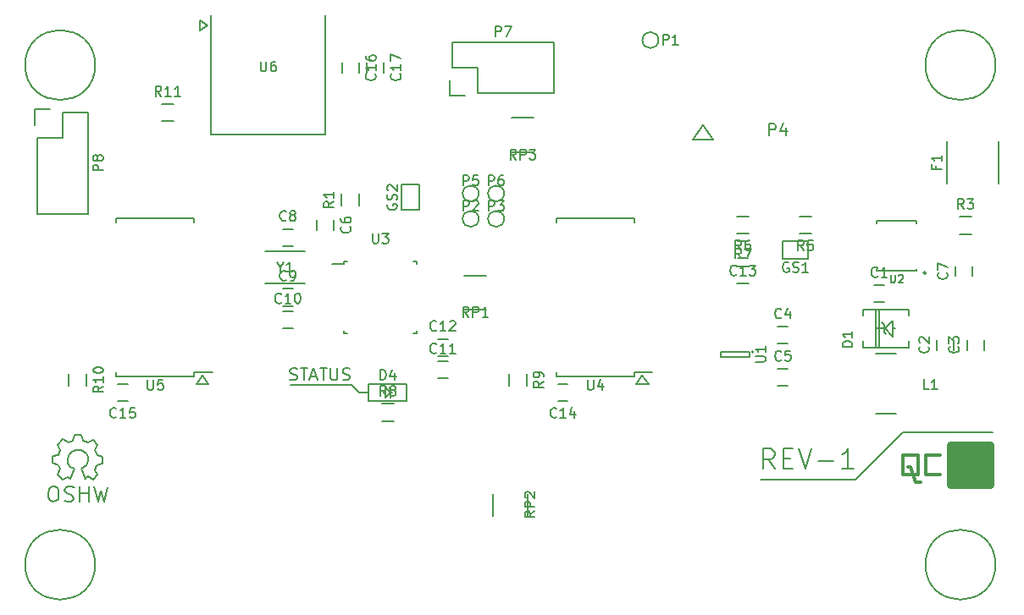
<source format=gbr>
G04 #@! TF.FileFunction,Legend,Top*
%FSLAX46Y46*%
G04 Gerber Fmt 4.6, Leading zero omitted, Abs format (unit mm)*
G04 Created by KiCad (PCBNEW (2015-08-16 BZR 6096, Git c63f6aa)-product) date Sun 16 Aug 2015 06:36:37 PM PDT*
%MOMM*%
G01*
G04 APERTURE LIST*
%ADD10C,0.100000*%
%ADD11C,0.150000*%
%ADD12C,0.200000*%
%ADD13C,0.300000*%
%ADD14C,0.750000*%
G04 APERTURE END LIST*
D10*
D11*
X189250000Y-95750000D02*
X198250000Y-95750000D01*
X184500000Y-100500000D02*
X189250000Y-95750000D01*
X175000000Y-100500000D02*
X184500000Y-100500000D01*
X134150000Y-91050000D02*
X128000000Y-91050000D01*
X134850000Y-91750000D02*
X134150000Y-91050000D01*
X135850000Y-91750000D02*
X134850000Y-91750000D01*
D12*
X176416667Y-99404762D02*
X175750000Y-98452381D01*
X175273809Y-99404762D02*
X175273809Y-97404762D01*
X176035714Y-97404762D01*
X176226190Y-97500000D01*
X176321429Y-97595238D01*
X176416667Y-97785714D01*
X176416667Y-98071429D01*
X176321429Y-98261905D01*
X176226190Y-98357143D01*
X176035714Y-98452381D01*
X175273809Y-98452381D01*
X177273809Y-98357143D02*
X177940476Y-98357143D01*
X178226190Y-99404762D02*
X177273809Y-99404762D01*
X177273809Y-97404762D01*
X178226190Y-97404762D01*
X178797619Y-97404762D02*
X179464286Y-99404762D01*
X180130953Y-97404762D01*
X180797619Y-98642857D02*
X182321429Y-98642857D01*
X184321429Y-99404762D02*
X183178571Y-99404762D01*
X183750000Y-99404762D02*
X183750000Y-97404762D01*
X183559524Y-97690476D01*
X183369048Y-97880952D01*
X183178571Y-97976190D01*
D11*
X119200000Y-90050000D02*
X119800000Y-90950000D01*
X119800000Y-90950000D02*
X118600000Y-90950000D01*
X118600000Y-90950000D02*
X119200000Y-90050000D01*
X118375000Y-90125000D02*
X118375000Y-89760000D01*
X110625000Y-90125000D02*
X110625000Y-89760000D01*
X110625000Y-74375000D02*
X110625000Y-74740000D01*
X118375000Y-74375000D02*
X118375000Y-74740000D01*
X118375000Y-90125000D02*
X110625000Y-90125000D01*
X118375000Y-74375000D02*
X110625000Y-74375000D01*
X118375000Y-89760000D02*
X120200000Y-89760000D01*
X108418780Y-101189860D02*
X108779460Y-102660520D01*
X108779460Y-102660520D02*
X109058860Y-101598800D01*
X109058860Y-101598800D02*
X109368740Y-102670680D01*
X109368740Y-102670680D02*
X109709100Y-101220340D01*
X106998920Y-101880740D02*
X107788860Y-101870580D01*
X107788860Y-101870580D02*
X107799020Y-101880740D01*
X107799020Y-101880740D02*
X107799020Y-101870580D01*
X107839660Y-101159380D02*
X107839660Y-102701160D01*
X106950660Y-101149220D02*
X106950660Y-102718940D01*
X106950660Y-102718940D02*
X106960820Y-102708780D01*
X106399480Y-101250820D02*
X106048960Y-101169540D01*
X106048960Y-101169540D02*
X105728920Y-101159380D01*
X105728920Y-101159380D02*
X105490160Y-101360040D01*
X105490160Y-101360040D02*
X105459680Y-101629280D01*
X105459680Y-101629280D02*
X105700980Y-101870580D01*
X105700980Y-101870580D02*
X106089600Y-102000120D01*
X106089600Y-102000120D02*
X106269940Y-102160140D01*
X106269940Y-102160140D02*
X106310580Y-102459860D01*
X106310580Y-102459860D02*
X106079440Y-102680840D01*
X106079440Y-102680840D02*
X105759400Y-102708780D01*
X105759400Y-102708780D02*
X105408880Y-102599560D01*
X104370020Y-101149220D02*
X104121100Y-101169540D01*
X104121100Y-101169540D02*
X103879800Y-101410840D01*
X103879800Y-101410840D02*
X103790900Y-101901060D01*
X103790900Y-101901060D02*
X103818840Y-102249040D01*
X103818840Y-102249040D02*
X104019500Y-102569080D01*
X104019500Y-102569080D02*
X104270960Y-102691000D01*
X104270960Y-102691000D02*
X104580840Y-102619880D01*
X104580840Y-102619880D02*
X104799280Y-102439540D01*
X104799280Y-102439540D02*
X104870400Y-101979800D01*
X104870400Y-101979800D02*
X104819600Y-101570860D01*
X104819600Y-101570860D02*
X104710380Y-101288920D01*
X104710380Y-101288920D02*
X104349700Y-101159380D01*
X104969460Y-99429640D02*
X104710380Y-99990980D01*
X104710380Y-99990980D02*
X105248860Y-100509140D01*
X105248860Y-100509140D02*
X105769560Y-100239900D01*
X105769560Y-100239900D02*
X106048960Y-100399920D01*
X107489140Y-100379600D02*
X107819340Y-100189100D01*
X107819340Y-100189100D02*
X108258760Y-100519300D01*
X108258760Y-100519300D02*
X108731200Y-100029080D01*
X108731200Y-100029080D02*
X108449260Y-99549020D01*
X108449260Y-99549020D02*
X108639760Y-99079120D01*
X108639760Y-99079120D02*
X109249360Y-98891160D01*
X109249360Y-98891160D02*
X109249360Y-98210440D01*
X109249360Y-98210440D02*
X108690560Y-98070740D01*
X108690560Y-98070740D02*
X108489900Y-97499240D01*
X108489900Y-97499240D02*
X108759140Y-97029340D01*
X108759140Y-97029340D02*
X108289240Y-96518800D01*
X108289240Y-96518800D02*
X107771080Y-96780420D01*
X107771080Y-96780420D02*
X107301180Y-96579760D01*
X107301180Y-96579760D02*
X107131000Y-96038740D01*
X107131000Y-96038740D02*
X106440120Y-96020960D01*
X106440120Y-96020960D02*
X106229300Y-96569600D01*
X106229300Y-96569600D02*
X105810200Y-96739780D01*
X105810200Y-96739780D02*
X105259020Y-96470540D01*
X105259020Y-96470540D02*
X104740860Y-96998860D01*
X104740860Y-96998860D02*
X104989780Y-97539880D01*
X104989780Y-97539880D02*
X104819600Y-98019940D01*
X104819600Y-98019940D02*
X104270960Y-98119000D01*
X104270960Y-98119000D02*
X104260800Y-98820040D01*
X104260800Y-98820040D02*
X104819600Y-99020700D01*
X104819600Y-99020700D02*
X104959300Y-99419480D01*
X107100520Y-99399160D02*
X107400240Y-99249300D01*
X107400240Y-99249300D02*
X107600900Y-99051180D01*
X107600900Y-99051180D02*
X107750760Y-98649860D01*
X107750760Y-98649860D02*
X107750760Y-98251080D01*
X107750760Y-98251080D02*
X107600900Y-97900560D01*
X107600900Y-97900560D02*
X107148780Y-97550040D01*
X107148780Y-97550040D02*
X106699200Y-97499240D01*
X106699200Y-97499240D02*
X106300420Y-97600840D01*
X106300420Y-97600840D02*
X105899100Y-97948820D01*
X105899100Y-97948820D02*
X105749240Y-98400940D01*
X105749240Y-98400940D02*
X105800040Y-98898780D01*
X105800040Y-98898780D02*
X106048960Y-99201040D01*
X106048960Y-99201040D02*
X106399480Y-99399160D01*
X106399480Y-99399160D02*
X106048960Y-100399920D01*
X107100520Y-99399160D02*
X107499300Y-100399920D01*
X187350000Y-85375000D02*
X186550000Y-85375000D01*
X188500000Y-85375000D02*
X188250000Y-85375000D01*
X187350000Y-84975000D02*
X187150000Y-84775000D01*
X187350000Y-84975000D02*
X187350000Y-85775000D01*
X187350000Y-85775000D02*
X187550000Y-85975000D01*
X188250000Y-86175000D02*
X187450000Y-85375000D01*
X187450000Y-85375000D02*
X188250000Y-84575000D01*
X188250000Y-84575000D02*
X188250000Y-86175000D01*
X189836000Y-87280000D02*
X185264000Y-87280000D01*
X185264000Y-87280000D02*
X185264000Y-86645000D01*
X186889600Y-83470000D02*
X186889600Y-87280000D01*
X186559400Y-83470000D02*
X186559400Y-87280000D01*
X189836000Y-84105000D02*
X189836000Y-83470000D01*
X189836000Y-83470000D02*
X185264000Y-83470000D01*
X185264000Y-83470000D02*
X185264000Y-84105000D01*
X189836000Y-86645000D02*
X189836000Y-87280000D01*
X138000000Y-91750000D02*
X138150000Y-91750000D01*
X137350000Y-91750000D02*
X137500000Y-91750000D01*
X137500000Y-91250000D02*
X138000000Y-91750000D01*
X138000000Y-91750000D02*
X137500000Y-92250000D01*
X139650000Y-92600000D02*
X139650000Y-90900000D01*
X139650000Y-90900000D02*
X135850000Y-90900000D01*
X135850000Y-90900000D02*
X135850000Y-92600000D01*
X135850000Y-92600000D02*
X139650000Y-92600000D01*
X138000000Y-92250000D02*
X138000000Y-91250000D01*
X137500000Y-92250000D02*
X137500000Y-91250000D01*
X193650000Y-66650000D02*
X193650000Y-70850000D01*
X198850000Y-66650000D02*
X198850000Y-70850000D01*
X179770000Y-76611000D02*
X177230000Y-76611000D01*
X177230000Y-78389000D02*
X179770000Y-78389000D01*
X177230000Y-78389000D02*
X177230000Y-76611000D01*
X179770000Y-76611000D02*
X179770000Y-78389000D01*
X188550000Y-93875000D02*
X186550000Y-93875000D01*
X188550000Y-87875000D02*
X186550000Y-87875000D01*
X108500000Y-59000000D02*
G75*
G03X108500000Y-59000000I-3500000J0D01*
G01*
X198500000Y-59000000D02*
G75*
G03X198500000Y-59000000I-3500000J0D01*
G01*
X108500000Y-109000000D02*
G75*
G03X108500000Y-109000000I-3500000J0D01*
G01*
X198500000Y-109000000D02*
G75*
G03X198500000Y-109000000I-3500000J0D01*
G01*
X164803219Y-56500000D02*
G75*
G03X164803219Y-56500000I-803219J0D01*
G01*
X146837219Y-74398000D02*
G75*
G03X146837219Y-74398000I-803219J0D01*
G01*
X149377219Y-74398000D02*
G75*
G03X149377219Y-74398000I-803219J0D01*
G01*
X146837219Y-71858000D02*
G75*
G03X146837219Y-71858000I-803219J0D01*
G01*
X149377219Y-71858000D02*
G75*
G03X149377219Y-71858000I-803219J0D01*
G01*
X146770000Y-61770000D02*
X154390000Y-61770000D01*
X154390000Y-61770000D02*
X154390000Y-56690000D01*
X154390000Y-56690000D02*
X144230000Y-56690000D01*
X144230000Y-56690000D02*
X144230000Y-59230000D01*
X143950000Y-60500000D02*
X143950000Y-62050000D01*
X144230000Y-59230000D02*
X146770000Y-59230000D01*
X146770000Y-59230000D02*
X146770000Y-61770000D01*
X143950000Y-62050000D02*
X145500000Y-62050000D01*
X102730000Y-66270000D02*
X102730000Y-73890000D01*
X102730000Y-73890000D02*
X107810000Y-73890000D01*
X107810000Y-73890000D02*
X107810000Y-63730000D01*
X107810000Y-63730000D02*
X105270000Y-63730000D01*
X104000000Y-63450000D02*
X102450000Y-63450000D01*
X105270000Y-63730000D02*
X105270000Y-66270000D01*
X105270000Y-66270000D02*
X102730000Y-66270000D01*
X102450000Y-63450000D02*
X102450000Y-65000000D01*
X147600000Y-83450000D02*
X145400000Y-83450000D01*
X147600000Y-80050000D02*
X145400000Y-80050000D01*
X151700000Y-101900000D02*
X151700000Y-104100000D01*
X148300000Y-101900000D02*
X148300000Y-104100000D01*
X152350000Y-67700000D02*
X150150000Y-67700000D01*
X152350000Y-64300000D02*
X150150000Y-64300000D01*
X174300000Y-87700000D02*
G75*
G03X174300000Y-87700000I-100000J0D01*
G01*
X173950000Y-88250000D02*
X173950000Y-87750000D01*
X171050000Y-88250000D02*
X173950000Y-88250000D01*
X171050000Y-87750000D02*
X171050000Y-88250000D01*
X173950000Y-87750000D02*
X171050000Y-87750000D01*
X191475000Y-79825000D02*
G75*
G03X191475000Y-79825000I-50000J0D01*
G01*
X191575000Y-79825000D02*
G75*
G03X191575000Y-79825000I-150000J0D01*
G01*
X186625000Y-74825000D02*
X186625000Y-74625000D01*
X186625000Y-74625000D02*
X190625000Y-74625000D01*
X190625000Y-74625000D02*
X190625000Y-74825000D01*
X190625000Y-79425000D02*
X190625000Y-79625000D01*
X190625000Y-79625000D02*
X186625000Y-79625000D01*
X186625000Y-79625000D02*
X186625000Y-79425000D01*
X133375000Y-78625000D02*
X133375000Y-78925000D01*
X140625000Y-78625000D02*
X140625000Y-78925000D01*
X140625000Y-85875000D02*
X140625000Y-85575000D01*
X133375000Y-85875000D02*
X133375000Y-85575000D01*
X133375000Y-78625000D02*
X133675000Y-78625000D01*
X133375000Y-85875000D02*
X133675000Y-85875000D01*
X140625000Y-85875000D02*
X140325000Y-85875000D01*
X140625000Y-78625000D02*
X140325000Y-78625000D01*
X133375000Y-78925000D02*
X132150000Y-78925000D01*
D13*
X189750000Y-99250000D02*
X190000000Y-99250000D01*
X190000000Y-99250000D02*
X190500000Y-100750000D01*
X190500000Y-100750000D02*
X191000000Y-100750000D01*
X190750000Y-100000000D02*
X190750000Y-98000000D01*
X190750000Y-98000000D02*
X189250000Y-98000000D01*
X189250000Y-98000000D02*
X189250000Y-100000000D01*
X189250000Y-100000000D02*
X190750000Y-100000000D01*
X193000000Y-100000000D02*
X191500000Y-100000000D01*
X191500000Y-100000000D02*
X191500000Y-98000000D01*
X191500000Y-98000000D02*
X193000000Y-98000000D01*
D14*
X194500000Y-97500000D02*
X197500000Y-97500000D01*
X197500000Y-97500000D02*
X197500000Y-100500000D01*
X197500000Y-100500000D02*
X194500000Y-100500000D01*
X194500000Y-100500000D02*
X194500000Y-98000000D01*
X194500000Y-98000000D02*
X197000000Y-98000000D01*
X197000000Y-98000000D02*
X197000000Y-100000000D01*
X197000000Y-100000000D02*
X195000000Y-100000000D01*
X195000000Y-100000000D02*
X195000000Y-98500000D01*
X195000000Y-98500000D02*
X196500000Y-98500000D01*
X196500000Y-98500000D02*
X196500000Y-99500000D01*
X196500000Y-99500000D02*
X195500000Y-99500000D01*
X195500000Y-99500000D02*
X195500000Y-99000000D01*
X195500000Y-99000000D02*
X196000000Y-99000000D01*
X194000000Y-97000000D02*
X198000000Y-97000000D01*
X198000000Y-97000000D02*
X198000000Y-101000000D01*
X198000000Y-101000000D02*
X194000000Y-101000000D01*
X194000000Y-101000000D02*
X194000000Y-97000000D01*
D11*
X105875000Y-91100000D02*
X105875000Y-89900000D01*
X107625000Y-89900000D02*
X107625000Y-91100000D01*
X149875000Y-91100000D02*
X149875000Y-89900000D01*
X151625000Y-89900000D02*
X151625000Y-91100000D01*
X138350000Y-94625000D02*
X137150000Y-94625000D01*
X137150000Y-92875000D02*
X138350000Y-92875000D01*
X173850000Y-80875000D02*
X172650000Y-80875000D01*
X172650000Y-79125000D02*
X173850000Y-79125000D01*
X172650000Y-74125000D02*
X173850000Y-74125000D01*
X173850000Y-75875000D02*
X172650000Y-75875000D01*
X178900000Y-74125000D02*
X180100000Y-74125000D01*
X180100000Y-75875000D02*
X178900000Y-75875000D01*
X196100000Y-75925000D02*
X194900000Y-75925000D01*
X194900000Y-74175000D02*
X196100000Y-74175000D01*
X134875000Y-71900000D02*
X134875000Y-73100000D01*
X133125000Y-73100000D02*
X133125000Y-71900000D01*
X110750000Y-92600000D02*
X111750000Y-92600000D01*
X111750000Y-90900000D02*
X110750000Y-90900000D01*
X154750000Y-92600000D02*
X155750000Y-92600000D01*
X155750000Y-90900000D02*
X154750000Y-90900000D01*
X172750000Y-78350000D02*
X173750000Y-78350000D01*
X173750000Y-76650000D02*
X172750000Y-76650000D01*
X143750000Y-86400000D02*
X142750000Y-86400000D01*
X142750000Y-88100000D02*
X143750000Y-88100000D01*
X143750000Y-88650000D02*
X142750000Y-88650000D01*
X142750000Y-90350000D02*
X143750000Y-90350000D01*
X128250000Y-83650000D02*
X127250000Y-83650000D01*
X127250000Y-85350000D02*
X128250000Y-85350000D01*
X128250000Y-81400000D02*
X127250000Y-81400000D01*
X127250000Y-83100000D02*
X128250000Y-83100000D01*
X128250000Y-75400000D02*
X127250000Y-75400000D01*
X127250000Y-77100000D02*
X128250000Y-77100000D01*
X194525000Y-79125000D02*
X194525000Y-80125000D01*
X196225000Y-80125000D02*
X196225000Y-79125000D01*
X132350000Y-75500000D02*
X132350000Y-74500000D01*
X130650000Y-74500000D02*
X130650000Y-75500000D01*
X177750000Y-89400000D02*
X176750000Y-89400000D01*
X176750000Y-91100000D02*
X177750000Y-91100000D01*
X177750000Y-85150000D02*
X176750000Y-85150000D01*
X176750000Y-86850000D02*
X177750000Y-86850000D01*
X195650000Y-86500000D02*
X195650000Y-87500000D01*
X197350000Y-87500000D02*
X197350000Y-86500000D01*
X192650000Y-86500000D02*
X192650000Y-87500000D01*
X194350000Y-87500000D02*
X194350000Y-86500000D01*
X187375000Y-81025000D02*
X186375000Y-81025000D01*
X186375000Y-82725000D02*
X187375000Y-82725000D01*
X125500000Y-80850000D02*
X129500000Y-80850000D01*
X129500000Y-77650000D02*
X125500000Y-77650000D01*
D12*
X169250000Y-65000000D02*
X170250000Y-66500000D01*
X170250000Y-66500000D02*
X168250000Y-66500000D01*
X168250000Y-66500000D02*
X169250000Y-65000000D01*
D11*
X134850000Y-59750000D02*
X134850000Y-58750000D01*
X133150000Y-58750000D02*
X133150000Y-59750000D01*
X137350000Y-59750000D02*
X137350000Y-58750000D01*
X135650000Y-58750000D02*
X135650000Y-59750000D01*
X140889000Y-73520000D02*
X140889000Y-70980000D01*
X139111000Y-70980000D02*
X139111000Y-73520000D01*
X139111000Y-70980000D02*
X140889000Y-70980000D01*
X140889000Y-73520000D02*
X139111000Y-73520000D01*
X116350000Y-64625000D02*
X115150000Y-64625000D01*
X115150000Y-62875000D02*
X116350000Y-62875000D01*
X118942000Y-55505000D02*
X119704000Y-54997000D01*
X119704000Y-54997000D02*
X118942000Y-54489000D01*
X118942000Y-54489000D02*
X118942000Y-55505000D01*
X120085000Y-65919000D02*
X120085000Y-53981000D01*
X131515000Y-53981000D02*
X131515000Y-65919000D01*
X131515000Y-65919000D02*
X120085000Y-65919000D01*
X163200000Y-90050000D02*
X163800000Y-90950000D01*
X163800000Y-90950000D02*
X162600000Y-90950000D01*
X162600000Y-90950000D02*
X163200000Y-90050000D01*
X162375000Y-90125000D02*
X162375000Y-89760000D01*
X154625000Y-90125000D02*
X154625000Y-89760000D01*
X154625000Y-74375000D02*
X154625000Y-74740000D01*
X162375000Y-74375000D02*
X162375000Y-74740000D01*
X162375000Y-90125000D02*
X154625000Y-90125000D01*
X162375000Y-74375000D02*
X154625000Y-74375000D01*
X162375000Y-89760000D02*
X164200000Y-89760000D01*
X113738095Y-90502381D02*
X113738095Y-91311905D01*
X113785714Y-91407143D01*
X113833333Y-91454762D01*
X113928571Y-91502381D01*
X114119048Y-91502381D01*
X114214286Y-91454762D01*
X114261905Y-91407143D01*
X114309524Y-91311905D01*
X114309524Y-90502381D01*
X115261905Y-90502381D02*
X114785714Y-90502381D01*
X114738095Y-90978571D01*
X114785714Y-90930952D01*
X114880952Y-90883333D01*
X115119048Y-90883333D01*
X115214286Y-90930952D01*
X115261905Y-90978571D01*
X115309524Y-91073810D01*
X115309524Y-91311905D01*
X115261905Y-91407143D01*
X115214286Y-91454762D01*
X115119048Y-91502381D01*
X114880952Y-91502381D01*
X114785714Y-91454762D01*
X114738095Y-91407143D01*
X184200541Y-87213095D02*
X183200541Y-87213095D01*
X183200541Y-86975000D01*
X183248160Y-86832142D01*
X183343398Y-86736904D01*
X183438636Y-86689285D01*
X183629112Y-86641666D01*
X183771970Y-86641666D01*
X183962446Y-86689285D01*
X184057684Y-86736904D01*
X184152922Y-86832142D01*
X184200541Y-86975000D01*
X184200541Y-87213095D01*
X184200541Y-85689285D02*
X184200541Y-86260714D01*
X184200541Y-85975000D02*
X183200541Y-85975000D01*
X183343398Y-86070238D01*
X183438636Y-86165476D01*
X183486255Y-86260714D01*
X137013745Y-90502381D02*
X137013745Y-89502381D01*
X137251840Y-89502381D01*
X137394698Y-89550000D01*
X137489936Y-89645238D01*
X137537555Y-89740476D01*
X137585174Y-89930952D01*
X137585174Y-90073810D01*
X137537555Y-90264286D01*
X137489936Y-90359524D01*
X137394698Y-90454762D01*
X137251840Y-90502381D01*
X137013745Y-90502381D01*
X138442317Y-89835714D02*
X138442317Y-90502381D01*
X138204221Y-89454762D02*
X137966126Y-90169048D01*
X138585174Y-90169048D01*
X127978571Y-90485714D02*
X128150000Y-90542857D01*
X128435714Y-90542857D01*
X128550000Y-90485714D01*
X128607143Y-90428571D01*
X128664286Y-90314286D01*
X128664286Y-90200000D01*
X128607143Y-90085714D01*
X128550000Y-90028571D01*
X128435714Y-89971429D01*
X128207143Y-89914286D01*
X128092857Y-89857143D01*
X128035714Y-89800000D01*
X127978571Y-89685714D01*
X127978571Y-89571429D01*
X128035714Y-89457143D01*
X128092857Y-89400000D01*
X128207143Y-89342857D01*
X128492857Y-89342857D01*
X128664286Y-89400000D01*
X129007143Y-89342857D02*
X129692857Y-89342857D01*
X129350000Y-90542857D02*
X129350000Y-89342857D01*
X130035714Y-90200000D02*
X130607143Y-90200000D01*
X129921429Y-90542857D02*
X130321429Y-89342857D01*
X130721429Y-90542857D01*
X130950000Y-89342857D02*
X131635714Y-89342857D01*
X131292857Y-90542857D02*
X131292857Y-89342857D01*
X132035714Y-89342857D02*
X132035714Y-90314286D01*
X132092857Y-90428571D01*
X132150000Y-90485714D01*
X132264286Y-90542857D01*
X132492857Y-90542857D01*
X132607143Y-90485714D01*
X132664286Y-90428571D01*
X132721429Y-90314286D01*
X132721429Y-89342857D01*
X133235714Y-90485714D02*
X133407143Y-90542857D01*
X133692857Y-90542857D01*
X133807143Y-90485714D01*
X133864286Y-90428571D01*
X133921429Y-90314286D01*
X133921429Y-90200000D01*
X133864286Y-90085714D01*
X133807143Y-90028571D01*
X133692857Y-89971429D01*
X133464286Y-89914286D01*
X133350000Y-89857143D01*
X133292857Y-89800000D01*
X133235714Y-89685714D01*
X133235714Y-89571429D01*
X133292857Y-89457143D01*
X133350000Y-89400000D01*
X133464286Y-89342857D01*
X133750000Y-89342857D01*
X133921429Y-89400000D01*
X192578571Y-69083333D02*
X192578571Y-69416667D01*
X193102381Y-69416667D02*
X192102381Y-69416667D01*
X192102381Y-68940476D01*
X193102381Y-68035714D02*
X193102381Y-68607143D01*
X193102381Y-68321429D02*
X192102381Y-68321429D01*
X192245238Y-68416667D01*
X192340476Y-68511905D01*
X192388095Y-68607143D01*
X177809524Y-78778000D02*
X177714286Y-78730381D01*
X177571429Y-78730381D01*
X177428571Y-78778000D01*
X177333333Y-78873238D01*
X177285714Y-78968476D01*
X177238095Y-79158952D01*
X177238095Y-79301810D01*
X177285714Y-79492286D01*
X177333333Y-79587524D01*
X177428571Y-79682762D01*
X177571429Y-79730381D01*
X177666667Y-79730381D01*
X177809524Y-79682762D01*
X177857143Y-79635143D01*
X177857143Y-79301810D01*
X177666667Y-79301810D01*
X178238095Y-79682762D02*
X178380952Y-79730381D01*
X178619048Y-79730381D01*
X178714286Y-79682762D01*
X178761905Y-79635143D01*
X178809524Y-79539905D01*
X178809524Y-79444667D01*
X178761905Y-79349429D01*
X178714286Y-79301810D01*
X178619048Y-79254190D01*
X178428571Y-79206571D01*
X178333333Y-79158952D01*
X178285714Y-79111333D01*
X178238095Y-79016095D01*
X178238095Y-78920857D01*
X178285714Y-78825619D01*
X178333333Y-78778000D01*
X178428571Y-78730381D01*
X178666667Y-78730381D01*
X178809524Y-78778000D01*
X179761905Y-79730381D02*
X179190476Y-79730381D01*
X179476190Y-79730381D02*
X179476190Y-78730381D01*
X179380952Y-78873238D01*
X179285714Y-78968476D01*
X179190476Y-79016095D01*
X191833334Y-91452381D02*
X191357143Y-91452381D01*
X191357143Y-90452381D01*
X192690477Y-91452381D02*
X192119048Y-91452381D01*
X192404762Y-91452381D02*
X192404762Y-90452381D01*
X192309524Y-90595238D01*
X192214286Y-90690476D01*
X192119048Y-90738095D01*
X165261905Y-56952381D02*
X165261905Y-55952381D01*
X165642858Y-55952381D01*
X165738096Y-56000000D01*
X165785715Y-56047619D01*
X165833334Y-56142857D01*
X165833334Y-56285714D01*
X165785715Y-56380952D01*
X165738096Y-56428571D01*
X165642858Y-56476190D01*
X165261905Y-56476190D01*
X166785715Y-56952381D02*
X166214286Y-56952381D01*
X166500000Y-56952381D02*
X166500000Y-55952381D01*
X166404762Y-56095238D01*
X166309524Y-56190476D01*
X166214286Y-56238095D01*
X145295905Y-73582921D02*
X145295905Y-72582921D01*
X145676858Y-72582921D01*
X145772096Y-72630540D01*
X145819715Y-72678159D01*
X145867334Y-72773397D01*
X145867334Y-72916254D01*
X145819715Y-73011492D01*
X145772096Y-73059111D01*
X145676858Y-73106730D01*
X145295905Y-73106730D01*
X146248286Y-72678159D02*
X146295905Y-72630540D01*
X146391143Y-72582921D01*
X146629239Y-72582921D01*
X146724477Y-72630540D01*
X146772096Y-72678159D01*
X146819715Y-72773397D01*
X146819715Y-72868635D01*
X146772096Y-73011492D01*
X146200667Y-73582921D01*
X146819715Y-73582921D01*
X147835905Y-73582921D02*
X147835905Y-72582921D01*
X148216858Y-72582921D01*
X148312096Y-72630540D01*
X148359715Y-72678159D01*
X148407334Y-72773397D01*
X148407334Y-72916254D01*
X148359715Y-73011492D01*
X148312096Y-73059111D01*
X148216858Y-73106730D01*
X147835905Y-73106730D01*
X148740667Y-72582921D02*
X149359715Y-72582921D01*
X149026381Y-72963873D01*
X149169239Y-72963873D01*
X149264477Y-73011492D01*
X149312096Y-73059111D01*
X149359715Y-73154350D01*
X149359715Y-73392445D01*
X149312096Y-73487683D01*
X149264477Y-73535302D01*
X149169239Y-73582921D01*
X148883524Y-73582921D01*
X148788286Y-73535302D01*
X148740667Y-73487683D01*
X145295905Y-71042921D02*
X145295905Y-70042921D01*
X145676858Y-70042921D01*
X145772096Y-70090540D01*
X145819715Y-70138159D01*
X145867334Y-70233397D01*
X145867334Y-70376254D01*
X145819715Y-70471492D01*
X145772096Y-70519111D01*
X145676858Y-70566730D01*
X145295905Y-70566730D01*
X146772096Y-70042921D02*
X146295905Y-70042921D01*
X146248286Y-70519111D01*
X146295905Y-70471492D01*
X146391143Y-70423873D01*
X146629239Y-70423873D01*
X146724477Y-70471492D01*
X146772096Y-70519111D01*
X146819715Y-70614350D01*
X146819715Y-70852445D01*
X146772096Y-70947683D01*
X146724477Y-70995302D01*
X146629239Y-71042921D01*
X146391143Y-71042921D01*
X146295905Y-70995302D01*
X146248286Y-70947683D01*
X147835905Y-71042921D02*
X147835905Y-70042921D01*
X148216858Y-70042921D01*
X148312096Y-70090540D01*
X148359715Y-70138159D01*
X148407334Y-70233397D01*
X148407334Y-70376254D01*
X148359715Y-70471492D01*
X148312096Y-70519111D01*
X148216858Y-70566730D01*
X147835905Y-70566730D01*
X149264477Y-70042921D02*
X149074000Y-70042921D01*
X148978762Y-70090540D01*
X148931143Y-70138159D01*
X148835905Y-70281016D01*
X148788286Y-70471492D01*
X148788286Y-70852445D01*
X148835905Y-70947683D01*
X148883524Y-70995302D01*
X148978762Y-71042921D01*
X149169239Y-71042921D01*
X149264477Y-70995302D01*
X149312096Y-70947683D01*
X149359715Y-70852445D01*
X149359715Y-70614350D01*
X149312096Y-70519111D01*
X149264477Y-70471492D01*
X149169239Y-70423873D01*
X148978762Y-70423873D01*
X148883524Y-70471492D01*
X148835905Y-70519111D01*
X148788286Y-70614350D01*
X148511905Y-56128381D02*
X148511905Y-55128381D01*
X148892858Y-55128381D01*
X148988096Y-55176000D01*
X149035715Y-55223619D01*
X149083334Y-55318857D01*
X149083334Y-55461714D01*
X149035715Y-55556952D01*
X148988096Y-55604571D01*
X148892858Y-55652190D01*
X148511905Y-55652190D01*
X149416667Y-55128381D02*
X150083334Y-55128381D01*
X149654762Y-56128381D01*
X109276381Y-69534095D02*
X108276381Y-69534095D01*
X108276381Y-69153142D01*
X108324000Y-69057904D01*
X108371619Y-69010285D01*
X108466857Y-68962666D01*
X108609714Y-68962666D01*
X108704952Y-69010285D01*
X108752571Y-69057904D01*
X108800190Y-69153142D01*
X108800190Y-69534095D01*
X108704952Y-68391238D02*
X108657333Y-68486476D01*
X108609714Y-68534095D01*
X108514476Y-68581714D01*
X108466857Y-68581714D01*
X108371619Y-68534095D01*
X108324000Y-68486476D01*
X108276381Y-68391238D01*
X108276381Y-68200761D01*
X108324000Y-68105523D01*
X108371619Y-68057904D01*
X108466857Y-68010285D01*
X108514476Y-68010285D01*
X108609714Y-68057904D01*
X108657333Y-68105523D01*
X108704952Y-68200761D01*
X108704952Y-68391238D01*
X108752571Y-68486476D01*
X108800190Y-68534095D01*
X108895429Y-68581714D01*
X109085905Y-68581714D01*
X109181143Y-68534095D01*
X109228762Y-68486476D01*
X109276381Y-68391238D01*
X109276381Y-68200761D01*
X109228762Y-68105523D01*
X109181143Y-68057904D01*
X109085905Y-68010285D01*
X108895429Y-68010285D01*
X108800190Y-68057904D01*
X108752571Y-68105523D01*
X108704952Y-68200761D01*
X145833334Y-84202381D02*
X145500000Y-83726190D01*
X145261905Y-84202381D02*
X145261905Y-83202381D01*
X145642858Y-83202381D01*
X145738096Y-83250000D01*
X145785715Y-83297619D01*
X145833334Y-83392857D01*
X145833334Y-83535714D01*
X145785715Y-83630952D01*
X145738096Y-83678571D01*
X145642858Y-83726190D01*
X145261905Y-83726190D01*
X146261905Y-84202381D02*
X146261905Y-83202381D01*
X146642858Y-83202381D01*
X146738096Y-83250000D01*
X146785715Y-83297619D01*
X146833334Y-83392857D01*
X146833334Y-83535714D01*
X146785715Y-83630952D01*
X146738096Y-83678571D01*
X146642858Y-83726190D01*
X146261905Y-83726190D01*
X147785715Y-84202381D02*
X147214286Y-84202381D01*
X147500000Y-84202381D02*
X147500000Y-83202381D01*
X147404762Y-83345238D01*
X147309524Y-83440476D01*
X147214286Y-83488095D01*
X152452381Y-103666666D02*
X151976190Y-104000000D01*
X152452381Y-104238095D02*
X151452381Y-104238095D01*
X151452381Y-103857142D01*
X151500000Y-103761904D01*
X151547619Y-103714285D01*
X151642857Y-103666666D01*
X151785714Y-103666666D01*
X151880952Y-103714285D01*
X151928571Y-103761904D01*
X151976190Y-103857142D01*
X151976190Y-104238095D01*
X152452381Y-103238095D02*
X151452381Y-103238095D01*
X151452381Y-102857142D01*
X151500000Y-102761904D01*
X151547619Y-102714285D01*
X151642857Y-102666666D01*
X151785714Y-102666666D01*
X151880952Y-102714285D01*
X151928571Y-102761904D01*
X151976190Y-102857142D01*
X151976190Y-103238095D01*
X151547619Y-102285714D02*
X151500000Y-102238095D01*
X151452381Y-102142857D01*
X151452381Y-101904761D01*
X151500000Y-101809523D01*
X151547619Y-101761904D01*
X151642857Y-101714285D01*
X151738095Y-101714285D01*
X151880952Y-101761904D01*
X152452381Y-102333333D01*
X152452381Y-101714285D01*
X150583334Y-68452381D02*
X150250000Y-67976190D01*
X150011905Y-68452381D02*
X150011905Y-67452381D01*
X150392858Y-67452381D01*
X150488096Y-67500000D01*
X150535715Y-67547619D01*
X150583334Y-67642857D01*
X150583334Y-67785714D01*
X150535715Y-67880952D01*
X150488096Y-67928571D01*
X150392858Y-67976190D01*
X150011905Y-67976190D01*
X151011905Y-68452381D02*
X151011905Y-67452381D01*
X151392858Y-67452381D01*
X151488096Y-67500000D01*
X151535715Y-67547619D01*
X151583334Y-67642857D01*
X151583334Y-67785714D01*
X151535715Y-67880952D01*
X151488096Y-67928571D01*
X151392858Y-67976190D01*
X151011905Y-67976190D01*
X151916667Y-67452381D02*
X152535715Y-67452381D01*
X152202381Y-67833333D01*
X152345239Y-67833333D01*
X152440477Y-67880952D01*
X152488096Y-67928571D01*
X152535715Y-68023810D01*
X152535715Y-68261905D01*
X152488096Y-68357143D01*
X152440477Y-68404762D01*
X152345239Y-68452381D01*
X152059524Y-68452381D01*
X151964286Y-68404762D01*
X151916667Y-68357143D01*
X174502381Y-88711905D02*
X175311905Y-88711905D01*
X175407143Y-88664286D01*
X175454762Y-88616667D01*
X175502381Y-88521429D01*
X175502381Y-88330952D01*
X175454762Y-88235714D01*
X175407143Y-88188095D01*
X175311905Y-88140476D01*
X174502381Y-88140476D01*
X175502381Y-87140476D02*
X175502381Y-87711905D01*
X175502381Y-87426191D02*
X174502381Y-87426191D01*
X174645238Y-87521429D01*
X174740476Y-87616667D01*
X174788095Y-87711905D01*
X188015476Y-79986905D02*
X188015476Y-80634524D01*
X188053571Y-80710714D01*
X188091667Y-80748810D01*
X188167857Y-80786905D01*
X188320238Y-80786905D01*
X188396429Y-80748810D01*
X188434524Y-80710714D01*
X188472619Y-80634524D01*
X188472619Y-79986905D01*
X188815476Y-80063095D02*
X188853571Y-80025000D01*
X188929762Y-79986905D01*
X189120238Y-79986905D01*
X189196428Y-80025000D01*
X189234524Y-80063095D01*
X189272619Y-80139286D01*
X189272619Y-80215476D01*
X189234524Y-80329762D01*
X188777381Y-80786905D01*
X189272619Y-80786905D01*
X136238095Y-75852381D02*
X136238095Y-76661905D01*
X136285714Y-76757143D01*
X136333333Y-76804762D01*
X136428571Y-76852381D01*
X136619048Y-76852381D01*
X136714286Y-76804762D01*
X136761905Y-76757143D01*
X136809524Y-76661905D01*
X136809524Y-75852381D01*
X137190476Y-75852381D02*
X137809524Y-75852381D01*
X137476190Y-76233333D01*
X137619048Y-76233333D01*
X137714286Y-76280952D01*
X137761905Y-76328571D01*
X137809524Y-76423810D01*
X137809524Y-76661905D01*
X137761905Y-76757143D01*
X137714286Y-76804762D01*
X137619048Y-76852381D01*
X137333333Y-76852381D01*
X137238095Y-76804762D01*
X137190476Y-76757143D01*
X109302381Y-91142857D02*
X108826190Y-91476191D01*
X109302381Y-91714286D02*
X108302381Y-91714286D01*
X108302381Y-91333333D01*
X108350000Y-91238095D01*
X108397619Y-91190476D01*
X108492857Y-91142857D01*
X108635714Y-91142857D01*
X108730952Y-91190476D01*
X108778571Y-91238095D01*
X108826190Y-91333333D01*
X108826190Y-91714286D01*
X109302381Y-90190476D02*
X109302381Y-90761905D01*
X109302381Y-90476191D02*
X108302381Y-90476191D01*
X108445238Y-90571429D01*
X108540476Y-90666667D01*
X108588095Y-90761905D01*
X108302381Y-89571429D02*
X108302381Y-89476190D01*
X108350000Y-89380952D01*
X108397619Y-89333333D01*
X108492857Y-89285714D01*
X108683333Y-89238095D01*
X108921429Y-89238095D01*
X109111905Y-89285714D01*
X109207143Y-89333333D01*
X109254762Y-89380952D01*
X109302381Y-89476190D01*
X109302381Y-89571429D01*
X109254762Y-89666667D01*
X109207143Y-89714286D01*
X109111905Y-89761905D01*
X108921429Y-89809524D01*
X108683333Y-89809524D01*
X108492857Y-89761905D01*
X108397619Y-89714286D01*
X108350000Y-89666667D01*
X108302381Y-89571429D01*
X153302381Y-90666666D02*
X152826190Y-91000000D01*
X153302381Y-91238095D02*
X152302381Y-91238095D01*
X152302381Y-90857142D01*
X152350000Y-90761904D01*
X152397619Y-90714285D01*
X152492857Y-90666666D01*
X152635714Y-90666666D01*
X152730952Y-90714285D01*
X152778571Y-90761904D01*
X152826190Y-90857142D01*
X152826190Y-91238095D01*
X153302381Y-90190476D02*
X153302381Y-90000000D01*
X153254762Y-89904761D01*
X153207143Y-89857142D01*
X153064286Y-89761904D01*
X152873810Y-89714285D01*
X152492857Y-89714285D01*
X152397619Y-89761904D01*
X152350000Y-89809523D01*
X152302381Y-89904761D01*
X152302381Y-90095238D01*
X152350000Y-90190476D01*
X152397619Y-90238095D01*
X152492857Y-90285714D01*
X152730952Y-90285714D01*
X152826190Y-90238095D01*
X152873810Y-90190476D01*
X152921429Y-90095238D01*
X152921429Y-89904761D01*
X152873810Y-89809523D01*
X152826190Y-89761904D01*
X152730952Y-89714285D01*
X137583334Y-92102381D02*
X137250000Y-91626190D01*
X137011905Y-92102381D02*
X137011905Y-91102381D01*
X137392858Y-91102381D01*
X137488096Y-91150000D01*
X137535715Y-91197619D01*
X137583334Y-91292857D01*
X137583334Y-91435714D01*
X137535715Y-91530952D01*
X137488096Y-91578571D01*
X137392858Y-91626190D01*
X137011905Y-91626190D01*
X138154762Y-91530952D02*
X138059524Y-91483333D01*
X138011905Y-91435714D01*
X137964286Y-91340476D01*
X137964286Y-91292857D01*
X138011905Y-91197619D01*
X138059524Y-91150000D01*
X138154762Y-91102381D01*
X138345239Y-91102381D01*
X138440477Y-91150000D01*
X138488096Y-91197619D01*
X138535715Y-91292857D01*
X138535715Y-91340476D01*
X138488096Y-91435714D01*
X138440477Y-91483333D01*
X138345239Y-91530952D01*
X138154762Y-91530952D01*
X138059524Y-91578571D01*
X138011905Y-91626190D01*
X137964286Y-91721429D01*
X137964286Y-91911905D01*
X138011905Y-92007143D01*
X138059524Y-92054762D01*
X138154762Y-92102381D01*
X138345239Y-92102381D01*
X138440477Y-92054762D01*
X138488096Y-92007143D01*
X138535715Y-91911905D01*
X138535715Y-91721429D01*
X138488096Y-91626190D01*
X138440477Y-91578571D01*
X138345239Y-91530952D01*
X173083334Y-78352381D02*
X172750000Y-77876190D01*
X172511905Y-78352381D02*
X172511905Y-77352381D01*
X172892858Y-77352381D01*
X172988096Y-77400000D01*
X173035715Y-77447619D01*
X173083334Y-77542857D01*
X173083334Y-77685714D01*
X173035715Y-77780952D01*
X172988096Y-77828571D01*
X172892858Y-77876190D01*
X172511905Y-77876190D01*
X173416667Y-77352381D02*
X174083334Y-77352381D01*
X173654762Y-78352381D01*
X173083334Y-77552381D02*
X172750000Y-77076190D01*
X172511905Y-77552381D02*
X172511905Y-76552381D01*
X172892858Y-76552381D01*
X172988096Y-76600000D01*
X173035715Y-76647619D01*
X173083334Y-76742857D01*
X173083334Y-76885714D01*
X173035715Y-76980952D01*
X172988096Y-77028571D01*
X172892858Y-77076190D01*
X172511905Y-77076190D01*
X173940477Y-76552381D02*
X173750000Y-76552381D01*
X173654762Y-76600000D01*
X173607143Y-76647619D01*
X173511905Y-76790476D01*
X173464286Y-76980952D01*
X173464286Y-77361905D01*
X173511905Y-77457143D01*
X173559524Y-77504762D01*
X173654762Y-77552381D01*
X173845239Y-77552381D01*
X173940477Y-77504762D01*
X173988096Y-77457143D01*
X174035715Y-77361905D01*
X174035715Y-77123810D01*
X173988096Y-77028571D01*
X173940477Y-76980952D01*
X173845239Y-76933333D01*
X173654762Y-76933333D01*
X173559524Y-76980952D01*
X173511905Y-77028571D01*
X173464286Y-77123810D01*
X179333334Y-77552381D02*
X179000000Y-77076190D01*
X178761905Y-77552381D02*
X178761905Y-76552381D01*
X179142858Y-76552381D01*
X179238096Y-76600000D01*
X179285715Y-76647619D01*
X179333334Y-76742857D01*
X179333334Y-76885714D01*
X179285715Y-76980952D01*
X179238096Y-77028571D01*
X179142858Y-77076190D01*
X178761905Y-77076190D01*
X180238096Y-76552381D02*
X179761905Y-76552381D01*
X179714286Y-77028571D01*
X179761905Y-76980952D01*
X179857143Y-76933333D01*
X180095239Y-76933333D01*
X180190477Y-76980952D01*
X180238096Y-77028571D01*
X180285715Y-77123810D01*
X180285715Y-77361905D01*
X180238096Y-77457143D01*
X180190477Y-77504762D01*
X180095239Y-77552381D01*
X179857143Y-77552381D01*
X179761905Y-77504762D01*
X179714286Y-77457143D01*
X195333334Y-73402381D02*
X195000000Y-72926190D01*
X194761905Y-73402381D02*
X194761905Y-72402381D01*
X195142858Y-72402381D01*
X195238096Y-72450000D01*
X195285715Y-72497619D01*
X195333334Y-72592857D01*
X195333334Y-72735714D01*
X195285715Y-72830952D01*
X195238096Y-72878571D01*
X195142858Y-72926190D01*
X194761905Y-72926190D01*
X195666667Y-72402381D02*
X196285715Y-72402381D01*
X195952381Y-72783333D01*
X196095239Y-72783333D01*
X196190477Y-72830952D01*
X196238096Y-72878571D01*
X196285715Y-72973810D01*
X196285715Y-73211905D01*
X196238096Y-73307143D01*
X196190477Y-73354762D01*
X196095239Y-73402381D01*
X195809524Y-73402381D01*
X195714286Y-73354762D01*
X195666667Y-73307143D01*
X132352381Y-72666666D02*
X131876190Y-73000000D01*
X132352381Y-73238095D02*
X131352381Y-73238095D01*
X131352381Y-72857142D01*
X131400000Y-72761904D01*
X131447619Y-72714285D01*
X131542857Y-72666666D01*
X131685714Y-72666666D01*
X131780952Y-72714285D01*
X131828571Y-72761904D01*
X131876190Y-72857142D01*
X131876190Y-73238095D01*
X132352381Y-71714285D02*
X132352381Y-72285714D01*
X132352381Y-72000000D02*
X131352381Y-72000000D01*
X131495238Y-72095238D01*
X131590476Y-72190476D01*
X131638095Y-72285714D01*
X110607143Y-94207143D02*
X110559524Y-94254762D01*
X110416667Y-94302381D01*
X110321429Y-94302381D01*
X110178571Y-94254762D01*
X110083333Y-94159524D01*
X110035714Y-94064286D01*
X109988095Y-93873810D01*
X109988095Y-93730952D01*
X110035714Y-93540476D01*
X110083333Y-93445238D01*
X110178571Y-93350000D01*
X110321429Y-93302381D01*
X110416667Y-93302381D01*
X110559524Y-93350000D01*
X110607143Y-93397619D01*
X111559524Y-94302381D02*
X110988095Y-94302381D01*
X111273809Y-94302381D02*
X111273809Y-93302381D01*
X111178571Y-93445238D01*
X111083333Y-93540476D01*
X110988095Y-93588095D01*
X112464286Y-93302381D02*
X111988095Y-93302381D01*
X111940476Y-93778571D01*
X111988095Y-93730952D01*
X112083333Y-93683333D01*
X112321429Y-93683333D01*
X112416667Y-93730952D01*
X112464286Y-93778571D01*
X112511905Y-93873810D01*
X112511905Y-94111905D01*
X112464286Y-94207143D01*
X112416667Y-94254762D01*
X112321429Y-94302381D01*
X112083333Y-94302381D01*
X111988095Y-94254762D01*
X111940476Y-94207143D01*
X154607143Y-94207143D02*
X154559524Y-94254762D01*
X154416667Y-94302381D01*
X154321429Y-94302381D01*
X154178571Y-94254762D01*
X154083333Y-94159524D01*
X154035714Y-94064286D01*
X153988095Y-93873810D01*
X153988095Y-93730952D01*
X154035714Y-93540476D01*
X154083333Y-93445238D01*
X154178571Y-93350000D01*
X154321429Y-93302381D01*
X154416667Y-93302381D01*
X154559524Y-93350000D01*
X154607143Y-93397619D01*
X155559524Y-94302381D02*
X154988095Y-94302381D01*
X155273809Y-94302381D02*
X155273809Y-93302381D01*
X155178571Y-93445238D01*
X155083333Y-93540476D01*
X154988095Y-93588095D01*
X156416667Y-93635714D02*
X156416667Y-94302381D01*
X156178571Y-93254762D02*
X155940476Y-93969048D01*
X156559524Y-93969048D01*
X172607143Y-79957143D02*
X172559524Y-80004762D01*
X172416667Y-80052381D01*
X172321429Y-80052381D01*
X172178571Y-80004762D01*
X172083333Y-79909524D01*
X172035714Y-79814286D01*
X171988095Y-79623810D01*
X171988095Y-79480952D01*
X172035714Y-79290476D01*
X172083333Y-79195238D01*
X172178571Y-79100000D01*
X172321429Y-79052381D01*
X172416667Y-79052381D01*
X172559524Y-79100000D01*
X172607143Y-79147619D01*
X173559524Y-80052381D02*
X172988095Y-80052381D01*
X173273809Y-80052381D02*
X173273809Y-79052381D01*
X173178571Y-79195238D01*
X173083333Y-79290476D01*
X172988095Y-79338095D01*
X173892857Y-79052381D02*
X174511905Y-79052381D01*
X174178571Y-79433333D01*
X174321429Y-79433333D01*
X174416667Y-79480952D01*
X174464286Y-79528571D01*
X174511905Y-79623810D01*
X174511905Y-79861905D01*
X174464286Y-79957143D01*
X174416667Y-80004762D01*
X174321429Y-80052381D01*
X174035714Y-80052381D01*
X173940476Y-80004762D01*
X173892857Y-79957143D01*
X142607143Y-85507143D02*
X142559524Y-85554762D01*
X142416667Y-85602381D01*
X142321429Y-85602381D01*
X142178571Y-85554762D01*
X142083333Y-85459524D01*
X142035714Y-85364286D01*
X141988095Y-85173810D01*
X141988095Y-85030952D01*
X142035714Y-84840476D01*
X142083333Y-84745238D01*
X142178571Y-84650000D01*
X142321429Y-84602381D01*
X142416667Y-84602381D01*
X142559524Y-84650000D01*
X142607143Y-84697619D01*
X143559524Y-85602381D02*
X142988095Y-85602381D01*
X143273809Y-85602381D02*
X143273809Y-84602381D01*
X143178571Y-84745238D01*
X143083333Y-84840476D01*
X142988095Y-84888095D01*
X143940476Y-84697619D02*
X143988095Y-84650000D01*
X144083333Y-84602381D01*
X144321429Y-84602381D01*
X144416667Y-84650000D01*
X144464286Y-84697619D01*
X144511905Y-84792857D01*
X144511905Y-84888095D01*
X144464286Y-85030952D01*
X143892857Y-85602381D01*
X144511905Y-85602381D01*
X142607143Y-87757143D02*
X142559524Y-87804762D01*
X142416667Y-87852381D01*
X142321429Y-87852381D01*
X142178571Y-87804762D01*
X142083333Y-87709524D01*
X142035714Y-87614286D01*
X141988095Y-87423810D01*
X141988095Y-87280952D01*
X142035714Y-87090476D01*
X142083333Y-86995238D01*
X142178571Y-86900000D01*
X142321429Y-86852381D01*
X142416667Y-86852381D01*
X142559524Y-86900000D01*
X142607143Y-86947619D01*
X143559524Y-87852381D02*
X142988095Y-87852381D01*
X143273809Y-87852381D02*
X143273809Y-86852381D01*
X143178571Y-86995238D01*
X143083333Y-87090476D01*
X142988095Y-87138095D01*
X144511905Y-87852381D02*
X143940476Y-87852381D01*
X144226190Y-87852381D02*
X144226190Y-86852381D01*
X144130952Y-86995238D01*
X144035714Y-87090476D01*
X143940476Y-87138095D01*
X127107143Y-82757143D02*
X127059524Y-82804762D01*
X126916667Y-82852381D01*
X126821429Y-82852381D01*
X126678571Y-82804762D01*
X126583333Y-82709524D01*
X126535714Y-82614286D01*
X126488095Y-82423810D01*
X126488095Y-82280952D01*
X126535714Y-82090476D01*
X126583333Y-81995238D01*
X126678571Y-81900000D01*
X126821429Y-81852381D01*
X126916667Y-81852381D01*
X127059524Y-81900000D01*
X127107143Y-81947619D01*
X128059524Y-82852381D02*
X127488095Y-82852381D01*
X127773809Y-82852381D02*
X127773809Y-81852381D01*
X127678571Y-81995238D01*
X127583333Y-82090476D01*
X127488095Y-82138095D01*
X128678571Y-81852381D02*
X128773810Y-81852381D01*
X128869048Y-81900000D01*
X128916667Y-81947619D01*
X128964286Y-82042857D01*
X129011905Y-82233333D01*
X129011905Y-82471429D01*
X128964286Y-82661905D01*
X128916667Y-82757143D01*
X128869048Y-82804762D01*
X128773810Y-82852381D01*
X128678571Y-82852381D01*
X128583333Y-82804762D01*
X128535714Y-82757143D01*
X128488095Y-82661905D01*
X128440476Y-82471429D01*
X128440476Y-82233333D01*
X128488095Y-82042857D01*
X128535714Y-81947619D01*
X128583333Y-81900000D01*
X128678571Y-81852381D01*
X127583334Y-80507143D02*
X127535715Y-80554762D01*
X127392858Y-80602381D01*
X127297620Y-80602381D01*
X127154762Y-80554762D01*
X127059524Y-80459524D01*
X127011905Y-80364286D01*
X126964286Y-80173810D01*
X126964286Y-80030952D01*
X127011905Y-79840476D01*
X127059524Y-79745238D01*
X127154762Y-79650000D01*
X127297620Y-79602381D01*
X127392858Y-79602381D01*
X127535715Y-79650000D01*
X127583334Y-79697619D01*
X128059524Y-80602381D02*
X128250000Y-80602381D01*
X128345239Y-80554762D01*
X128392858Y-80507143D01*
X128488096Y-80364286D01*
X128535715Y-80173810D01*
X128535715Y-79792857D01*
X128488096Y-79697619D01*
X128440477Y-79650000D01*
X128345239Y-79602381D01*
X128154762Y-79602381D01*
X128059524Y-79650000D01*
X128011905Y-79697619D01*
X127964286Y-79792857D01*
X127964286Y-80030952D01*
X128011905Y-80126190D01*
X128059524Y-80173810D01*
X128154762Y-80221429D01*
X128345239Y-80221429D01*
X128440477Y-80173810D01*
X128488096Y-80126190D01*
X128535715Y-80030952D01*
X127583334Y-74507143D02*
X127535715Y-74554762D01*
X127392858Y-74602381D01*
X127297620Y-74602381D01*
X127154762Y-74554762D01*
X127059524Y-74459524D01*
X127011905Y-74364286D01*
X126964286Y-74173810D01*
X126964286Y-74030952D01*
X127011905Y-73840476D01*
X127059524Y-73745238D01*
X127154762Y-73650000D01*
X127297620Y-73602381D01*
X127392858Y-73602381D01*
X127535715Y-73650000D01*
X127583334Y-73697619D01*
X128154762Y-74030952D02*
X128059524Y-73983333D01*
X128011905Y-73935714D01*
X127964286Y-73840476D01*
X127964286Y-73792857D01*
X128011905Y-73697619D01*
X128059524Y-73650000D01*
X128154762Y-73602381D01*
X128345239Y-73602381D01*
X128440477Y-73650000D01*
X128488096Y-73697619D01*
X128535715Y-73792857D01*
X128535715Y-73840476D01*
X128488096Y-73935714D01*
X128440477Y-73983333D01*
X128345239Y-74030952D01*
X128154762Y-74030952D01*
X128059524Y-74078571D01*
X128011905Y-74126190D01*
X127964286Y-74221429D01*
X127964286Y-74411905D01*
X128011905Y-74507143D01*
X128059524Y-74554762D01*
X128154762Y-74602381D01*
X128345239Y-74602381D01*
X128440477Y-74554762D01*
X128488096Y-74507143D01*
X128535715Y-74411905D01*
X128535715Y-74221429D01*
X128488096Y-74126190D01*
X128440477Y-74078571D01*
X128345239Y-74030952D01*
X193632143Y-79791666D02*
X193679762Y-79839285D01*
X193727381Y-79982142D01*
X193727381Y-80077380D01*
X193679762Y-80220238D01*
X193584524Y-80315476D01*
X193489286Y-80363095D01*
X193298810Y-80410714D01*
X193155952Y-80410714D01*
X192965476Y-80363095D01*
X192870238Y-80315476D01*
X192775000Y-80220238D01*
X192727381Y-80077380D01*
X192727381Y-79982142D01*
X192775000Y-79839285D01*
X192822619Y-79791666D01*
X192727381Y-79458333D02*
X192727381Y-78791666D01*
X193727381Y-79220238D01*
X133957143Y-75166666D02*
X134004762Y-75214285D01*
X134052381Y-75357142D01*
X134052381Y-75452380D01*
X134004762Y-75595238D01*
X133909524Y-75690476D01*
X133814286Y-75738095D01*
X133623810Y-75785714D01*
X133480952Y-75785714D01*
X133290476Y-75738095D01*
X133195238Y-75690476D01*
X133100000Y-75595238D01*
X133052381Y-75452380D01*
X133052381Y-75357142D01*
X133100000Y-75214285D01*
X133147619Y-75166666D01*
X133052381Y-74309523D02*
X133052381Y-74500000D01*
X133100000Y-74595238D01*
X133147619Y-74642857D01*
X133290476Y-74738095D01*
X133480952Y-74785714D01*
X133861905Y-74785714D01*
X133957143Y-74738095D01*
X134004762Y-74690476D01*
X134052381Y-74595238D01*
X134052381Y-74404761D01*
X134004762Y-74309523D01*
X133957143Y-74261904D01*
X133861905Y-74214285D01*
X133623810Y-74214285D01*
X133528571Y-74261904D01*
X133480952Y-74309523D01*
X133433333Y-74404761D01*
X133433333Y-74595238D01*
X133480952Y-74690476D01*
X133528571Y-74738095D01*
X133623810Y-74785714D01*
X177083334Y-88507143D02*
X177035715Y-88554762D01*
X176892858Y-88602381D01*
X176797620Y-88602381D01*
X176654762Y-88554762D01*
X176559524Y-88459524D01*
X176511905Y-88364286D01*
X176464286Y-88173810D01*
X176464286Y-88030952D01*
X176511905Y-87840476D01*
X176559524Y-87745238D01*
X176654762Y-87650000D01*
X176797620Y-87602381D01*
X176892858Y-87602381D01*
X177035715Y-87650000D01*
X177083334Y-87697619D01*
X177988096Y-87602381D02*
X177511905Y-87602381D01*
X177464286Y-88078571D01*
X177511905Y-88030952D01*
X177607143Y-87983333D01*
X177845239Y-87983333D01*
X177940477Y-88030952D01*
X177988096Y-88078571D01*
X178035715Y-88173810D01*
X178035715Y-88411905D01*
X177988096Y-88507143D01*
X177940477Y-88554762D01*
X177845239Y-88602381D01*
X177607143Y-88602381D01*
X177511905Y-88554762D01*
X177464286Y-88507143D01*
X177083334Y-84257143D02*
X177035715Y-84304762D01*
X176892858Y-84352381D01*
X176797620Y-84352381D01*
X176654762Y-84304762D01*
X176559524Y-84209524D01*
X176511905Y-84114286D01*
X176464286Y-83923810D01*
X176464286Y-83780952D01*
X176511905Y-83590476D01*
X176559524Y-83495238D01*
X176654762Y-83400000D01*
X176797620Y-83352381D01*
X176892858Y-83352381D01*
X177035715Y-83400000D01*
X177083334Y-83447619D01*
X177940477Y-83685714D02*
X177940477Y-84352381D01*
X177702381Y-83304762D02*
X177464286Y-84019048D01*
X178083334Y-84019048D01*
X194757143Y-87166666D02*
X194804762Y-87214285D01*
X194852381Y-87357142D01*
X194852381Y-87452380D01*
X194804762Y-87595238D01*
X194709524Y-87690476D01*
X194614286Y-87738095D01*
X194423810Y-87785714D01*
X194280952Y-87785714D01*
X194090476Y-87738095D01*
X193995238Y-87690476D01*
X193900000Y-87595238D01*
X193852381Y-87452380D01*
X193852381Y-87357142D01*
X193900000Y-87214285D01*
X193947619Y-87166666D01*
X193852381Y-86833333D02*
X193852381Y-86214285D01*
X194233333Y-86547619D01*
X194233333Y-86404761D01*
X194280952Y-86309523D01*
X194328571Y-86261904D01*
X194423810Y-86214285D01*
X194661905Y-86214285D01*
X194757143Y-86261904D01*
X194804762Y-86309523D01*
X194852381Y-86404761D01*
X194852381Y-86690476D01*
X194804762Y-86785714D01*
X194757143Y-86833333D01*
X191757143Y-87166666D02*
X191804762Y-87214285D01*
X191852381Y-87357142D01*
X191852381Y-87452380D01*
X191804762Y-87595238D01*
X191709524Y-87690476D01*
X191614286Y-87738095D01*
X191423810Y-87785714D01*
X191280952Y-87785714D01*
X191090476Y-87738095D01*
X190995238Y-87690476D01*
X190900000Y-87595238D01*
X190852381Y-87452380D01*
X190852381Y-87357142D01*
X190900000Y-87214285D01*
X190947619Y-87166666D01*
X190947619Y-86785714D02*
X190900000Y-86738095D01*
X190852381Y-86642857D01*
X190852381Y-86404761D01*
X190900000Y-86309523D01*
X190947619Y-86261904D01*
X191042857Y-86214285D01*
X191138095Y-86214285D01*
X191280952Y-86261904D01*
X191852381Y-86833333D01*
X191852381Y-86214285D01*
X186708334Y-80132143D02*
X186660715Y-80179762D01*
X186517858Y-80227381D01*
X186422620Y-80227381D01*
X186279762Y-80179762D01*
X186184524Y-80084524D01*
X186136905Y-79989286D01*
X186089286Y-79798810D01*
X186089286Y-79655952D01*
X186136905Y-79465476D01*
X186184524Y-79370238D01*
X186279762Y-79275000D01*
X186422620Y-79227381D01*
X186517858Y-79227381D01*
X186660715Y-79275000D01*
X186708334Y-79322619D01*
X187660715Y-80227381D02*
X187089286Y-80227381D01*
X187375000Y-80227381D02*
X187375000Y-79227381D01*
X187279762Y-79370238D01*
X187184524Y-79465476D01*
X187089286Y-79513095D01*
X127023809Y-79226190D02*
X127023809Y-79702381D01*
X126690476Y-78702381D02*
X127023809Y-79226190D01*
X127357143Y-78702381D01*
X128214286Y-79702381D02*
X127642857Y-79702381D01*
X127928571Y-79702381D02*
X127928571Y-78702381D01*
X127833333Y-78845238D01*
X127738095Y-78940476D01*
X127642857Y-78988095D01*
X175864286Y-66042857D02*
X175864286Y-64842857D01*
X176321429Y-64842857D01*
X176435715Y-64900000D01*
X176492858Y-64957143D01*
X176550001Y-65071429D01*
X176550001Y-65242857D01*
X176492858Y-65357143D01*
X176435715Y-65414286D01*
X176321429Y-65471429D01*
X175864286Y-65471429D01*
X177578572Y-65242857D02*
X177578572Y-66042857D01*
X177292858Y-64785714D02*
X177007143Y-65642857D01*
X177750001Y-65642857D01*
X136457143Y-59892857D02*
X136504762Y-59940476D01*
X136552381Y-60083333D01*
X136552381Y-60178571D01*
X136504762Y-60321429D01*
X136409524Y-60416667D01*
X136314286Y-60464286D01*
X136123810Y-60511905D01*
X135980952Y-60511905D01*
X135790476Y-60464286D01*
X135695238Y-60416667D01*
X135600000Y-60321429D01*
X135552381Y-60178571D01*
X135552381Y-60083333D01*
X135600000Y-59940476D01*
X135647619Y-59892857D01*
X136552381Y-58940476D02*
X136552381Y-59511905D01*
X136552381Y-59226191D02*
X135552381Y-59226191D01*
X135695238Y-59321429D01*
X135790476Y-59416667D01*
X135838095Y-59511905D01*
X135552381Y-58083333D02*
X135552381Y-58273810D01*
X135600000Y-58369048D01*
X135647619Y-58416667D01*
X135790476Y-58511905D01*
X135980952Y-58559524D01*
X136361905Y-58559524D01*
X136457143Y-58511905D01*
X136504762Y-58464286D01*
X136552381Y-58369048D01*
X136552381Y-58178571D01*
X136504762Y-58083333D01*
X136457143Y-58035714D01*
X136361905Y-57988095D01*
X136123810Y-57988095D01*
X136028571Y-58035714D01*
X135980952Y-58083333D01*
X135933333Y-58178571D01*
X135933333Y-58369048D01*
X135980952Y-58464286D01*
X136028571Y-58511905D01*
X136123810Y-58559524D01*
X138957143Y-59892857D02*
X139004762Y-59940476D01*
X139052381Y-60083333D01*
X139052381Y-60178571D01*
X139004762Y-60321429D01*
X138909524Y-60416667D01*
X138814286Y-60464286D01*
X138623810Y-60511905D01*
X138480952Y-60511905D01*
X138290476Y-60464286D01*
X138195238Y-60416667D01*
X138100000Y-60321429D01*
X138052381Y-60178571D01*
X138052381Y-60083333D01*
X138100000Y-59940476D01*
X138147619Y-59892857D01*
X139052381Y-58940476D02*
X139052381Y-59511905D01*
X139052381Y-59226191D02*
X138052381Y-59226191D01*
X138195238Y-59321429D01*
X138290476Y-59416667D01*
X138338095Y-59511905D01*
X138052381Y-58607143D02*
X138052381Y-57940476D01*
X139052381Y-58369048D01*
X137722000Y-72940476D02*
X137674381Y-73035714D01*
X137674381Y-73178571D01*
X137722000Y-73321429D01*
X137817238Y-73416667D01*
X137912476Y-73464286D01*
X138102952Y-73511905D01*
X138245810Y-73511905D01*
X138436286Y-73464286D01*
X138531524Y-73416667D01*
X138626762Y-73321429D01*
X138674381Y-73178571D01*
X138674381Y-73083333D01*
X138626762Y-72940476D01*
X138579143Y-72892857D01*
X138245810Y-72892857D01*
X138245810Y-73083333D01*
X138626762Y-72511905D02*
X138674381Y-72369048D01*
X138674381Y-72130952D01*
X138626762Y-72035714D01*
X138579143Y-71988095D01*
X138483905Y-71940476D01*
X138388667Y-71940476D01*
X138293429Y-71988095D01*
X138245810Y-72035714D01*
X138198190Y-72130952D01*
X138150571Y-72321429D01*
X138102952Y-72416667D01*
X138055333Y-72464286D01*
X137960095Y-72511905D01*
X137864857Y-72511905D01*
X137769619Y-72464286D01*
X137722000Y-72416667D01*
X137674381Y-72321429D01*
X137674381Y-72083333D01*
X137722000Y-71940476D01*
X137769619Y-71559524D02*
X137722000Y-71511905D01*
X137674381Y-71416667D01*
X137674381Y-71178571D01*
X137722000Y-71083333D01*
X137769619Y-71035714D01*
X137864857Y-70988095D01*
X137960095Y-70988095D01*
X138102952Y-71035714D01*
X138674381Y-71607143D01*
X138674381Y-70988095D01*
X115107143Y-62102381D02*
X114773809Y-61626190D01*
X114535714Y-62102381D02*
X114535714Y-61102381D01*
X114916667Y-61102381D01*
X115011905Y-61150000D01*
X115059524Y-61197619D01*
X115107143Y-61292857D01*
X115107143Y-61435714D01*
X115059524Y-61530952D01*
X115011905Y-61578571D01*
X114916667Y-61626190D01*
X114535714Y-61626190D01*
X116059524Y-62102381D02*
X115488095Y-62102381D01*
X115773809Y-62102381D02*
X115773809Y-61102381D01*
X115678571Y-61245238D01*
X115583333Y-61340476D01*
X115488095Y-61388095D01*
X117011905Y-62102381D02*
X116440476Y-62102381D01*
X116726190Y-62102381D02*
X116726190Y-61102381D01*
X116630952Y-61245238D01*
X116535714Y-61340476D01*
X116440476Y-61388095D01*
X125038095Y-58640381D02*
X125038095Y-59449905D01*
X125085714Y-59545143D01*
X125133333Y-59592762D01*
X125228571Y-59640381D01*
X125419048Y-59640381D01*
X125514286Y-59592762D01*
X125561905Y-59545143D01*
X125609524Y-59449905D01*
X125609524Y-58640381D01*
X126514286Y-58640381D02*
X126323809Y-58640381D01*
X126228571Y-58688000D01*
X126180952Y-58735619D01*
X126085714Y-58878476D01*
X126038095Y-59068952D01*
X126038095Y-59449905D01*
X126085714Y-59545143D01*
X126133333Y-59592762D01*
X126228571Y-59640381D01*
X126419048Y-59640381D01*
X126514286Y-59592762D01*
X126561905Y-59545143D01*
X126609524Y-59449905D01*
X126609524Y-59211810D01*
X126561905Y-59116571D01*
X126514286Y-59068952D01*
X126419048Y-59021333D01*
X126228571Y-59021333D01*
X126133333Y-59068952D01*
X126085714Y-59116571D01*
X126038095Y-59211810D01*
X157738095Y-90502381D02*
X157738095Y-91311905D01*
X157785714Y-91407143D01*
X157833333Y-91454762D01*
X157928571Y-91502381D01*
X158119048Y-91502381D01*
X158214286Y-91454762D01*
X158261905Y-91407143D01*
X158309524Y-91311905D01*
X158309524Y-90502381D01*
X159214286Y-90835714D02*
X159214286Y-91502381D01*
X158976190Y-90454762D02*
X158738095Y-91169048D01*
X159357143Y-91169048D01*
M02*

</source>
